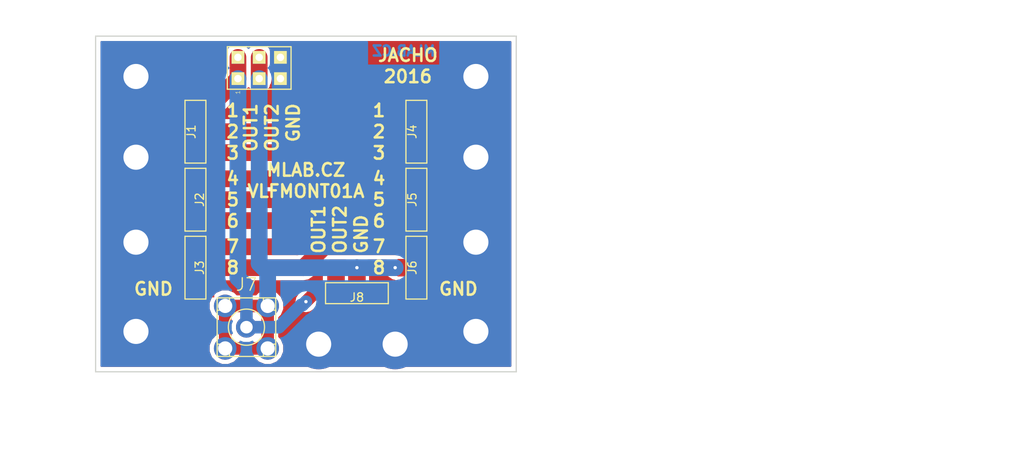
<source format=kicad_pcb>
(kicad_pcb (version 20211014) (generator pcbnew)
  (layers (0 "F.Cu" signal) (31 "B.Cu" signal) (34 "B.Paste" user) (35 "F.Paste" user) (36 "B.SilkS" user "B.Silkscreen") (37 "F.SilkS" user "F.Silkscreen") (38 "B.Mask" user) (39 "F.Mask" user) (44 "Edge.Cuts" user))
  (net 0 "")
  (net 1 "/2")
  (net 2 "/1")
  (net 3 "/OUT1")
  (net 4 "/5")
  (net 5 "/4")
  (net 6 "/3")
  (net 7 "GND")
  (net 8 "/7")
  (net 9 "/6")
  (net 10 "/OUT2")
  (footprint "Mlab_CON:AVX_009175003001006" (layer "F.Cu") (at 12.192 -28.956 -90)
    (fp_text reference "J1" (at 0 0.5 -90) (layer "F.SilkS"))
    (fp_text value "CONN_3")
    (fp_line (start -3.75 -1.25) (end 3.75 -1.25) (layer "F.SilkS") (width 0.15))
    (fp_line (start 3.75 -1.25) (end 3.75 1.25) (layer "F.SilkS") (width 0.15))
    (fp_line (start -3.75 1.25) (end -3.75 -1.25) (layer "F.SilkS") (width 0.15))
    (fp_line (start 3.75 1.25) (end -3.75 1.25) (layer "F.SilkS") (width 0.15))
    (pad "1" smd rect locked (at -2.5 0 270) (size 2.1 4.5) (layers "F.Cu" "F.Paste" "F.Mask") (net 3 "/OUT1"))
    (pad "2" smd rect locked (at 0 0 270) (size 2.1 4.5) (layers "F.Cu" "F.Paste" "F.Mask") (net 2 "/1"))
    (pad "3" smd rect locked (at 2.5 0 270) (size 2.1 4.5) (layers "F.Cu" "F.Paste" "F.Mask") (net 1 "/2"))
  )
  (footprint "Mlab_CON:AVX_009175003001006" (layer "F.Cu") (at 12.192 -20.828 90)
    (fp_text reference "J2" (at 0 0.5 90) (layer "F.SilkS"))
    (fp_text value "CONN_3")
    (fp_line (start 3.75 -1.25) (end 3.75 1.25) (layer "F.SilkS") (width 0.15))
    (fp_line (start 3.75 1.25) (end -3.75 1.25) (layer "F.SilkS") (width 0.15))
    (fp_line (start -3.75 1.25) (end -3.75 -1.25) (layer "F.SilkS") (width 0.15))
    (fp_line (start -3.75 -1.25) (end 3.75 -1.25) (layer "F.SilkS") (width 0.15))
    (pad "1" smd rect locked (at -2.5 0 90) (size 2.1 4.5) (layers "F.Cu" "F.Paste" "F.Mask") (net 4 "/5"))
    (pad "2" smd rect locked (at 0 0 90) (size 2.1 4.5) (layers "F.Cu" "F.Paste" "F.Mask") (net 5 "/4"))
    (pad "3" smd rect locked (at 2.5 0 90) (size 2.1 4.5) (layers "F.Cu" "F.Paste" "F.Mask") (net 6 "/3"))
  )
  (footprint "Mlab_CON:AVX_009175003001006" (layer "F.Cu") (at 12.192 -12.7 90)
    (fp_text reference "J3" (at 0 0.5 90) (layer "F.SilkS"))
    (fp_text value "CONN_3")
    (fp_line (start -3.75 -1.25) (end 3.75 -1.25) (layer "F.SilkS") (width 0.15))
    (fp_line (start 3.75 -1.25) (end 3.75 1.25) (layer "F.SilkS") (width 0.15))
    (fp_line (start 3.75 1.25) (end -3.75 1.25) (layer "F.SilkS") (width 0.15))
    (fp_line (start -3.75 1.25) (end -3.75 -1.25) (layer "F.SilkS") (width 0.15))
    (pad "1" smd rect locked (at -2.5 0 90) (size 2.1 4.5) (layers "F.Cu" "F.Paste" "F.Mask") (net 7 "GND"))
    (pad "2" smd rect locked (at 0 0 90) (size 2.1 4.5) (layers "F.Cu" "F.Paste" "F.Mask") (net 8 "/7"))
    (pad "3" smd rect locked (at 2.5 0 90) (size 2.1 4.5) (layers "F.Cu" "F.Paste" "F.Mask") (net 9 "/6"))
  )
  (footprint "Mlab_CON:AVX_009175003001006" (layer "F.Cu") (at 38.608 -28.956 -90)
    (fp_text reference "J4" (at 0 0.5 -90) (layer "F.SilkS"))
    (fp_text value "CONN_3")
    (fp_line (start -3.75 -1.25) (end 3.75 -1.25) (layer "F.SilkS") (width 0.15))
    (fp_line (start 3.75 -1.25) (end 3.75 1.25) (layer "F.SilkS") (width 0.15))
    (fp_line (start -3.75 1.25) (end -3.75 -1.25) (layer "F.SilkS") (width 0.15))
    (fp_line (start 3.75 1.25) (end -3.75 1.25) (layer "F.SilkS") (width 0.15))
    (pad "1" smd rect locked (at -2.5 0 270) (size 2.1 4.5) (layers "F.Cu" "F.Paste" "F.Mask") (net 2 "/1"))
    (pad "2" smd rect locked (at 0 0 270) (size 2.1 4.5) (layers "F.Cu" "F.Paste" "F.Mask") (net 1 "/2"))
    (pad "3" smd rect locked (at 2.5 0 270) (size 2.1 4.5) (layers "F.Cu" "F.Paste" "F.Mask") (net 6 "/3"))
  )
  (footprint "Mlab_CON:AVX_009175003001006" (layer "F.Cu") (at 38.608 -20.828 -90)
    (fp_text reference "J5" (at 0 0.5 -90) (layer "F.SilkS"))
    (fp_text value "CONN_3")
    (fp_line (start 3.75 1.25) (end -3.75 1.25) (layer "F.SilkS") (width 0.15))
    (fp_line (start -3.75 -1.25) (end 3.75 -1.25) (layer "F.SilkS") (width 0.15))
    (fp_line (start 3.75 -1.25) (end 3.75 1.25) (layer "F.SilkS") (width 0.15))
    (fp_line (start -3.75 1.25) (end -3.75 -1.25) (layer "F.SilkS") (width 0.15))
    (pad "1" smd rect locked (at -2.5 0 270) (size 2.1 4.5) (layers "F.Cu" "F.Paste" "F.Mask") (net 5 "/4"))
    (pad "2" smd rect locked (at 0 0 270) (size 2.1 4.5) (layers "F.Cu" "F.Paste" "F.Mask") (net 4 "/5"))
    (pad "3" smd rect locked (at 2.5 0 270) (size 2.1 4.5) (layers "F.Cu" "F.Paste" "F.Mask") (net 9 "/6"))
  )
  (footprint "Mlab_CON:AVX_009175003001006" (layer "F.Cu") (at 38.608 -12.7 -90)
    (fp_text reference "J6" (at 0 0.5 -90) (layer "F.SilkS"))
    (fp_text value "CONN_3")
    (fp_line (start -3.75 -1.25) (end 3.75 -1.25) (layer "F.SilkS") (width 0.15))
    (fp_line (start -3.75 1.25) (end -3.75 -1.25) (layer "F.SilkS") (width 0.15))
    (fp_line (start 3.75 -1.25) (end 3.75 1.25) (layer "F.SilkS") (width 0.15))
    (fp_line (start 3.75 1.25) (end -3.75 1.25) (layer "F.SilkS") (width 0.15))
    (pad "1" smd rect locked (at -2.5 0 270) (size 2.1 4.5) (layers "F.Cu" "F.Paste" "F.Mask") (net 8 "/7"))
    (pad "2" smd rect locked (at 0 0 270) (size 2.1 4.5) (layers "F.Cu" "F.Paste" "F.Mask") (net 10 "/OUT2"))
    (pad "3" smd rect locked (at 2.5 0 270) (size 2.1 4.5) (layers "F.Cu" "F.Paste" "F.Mask") (net 7 "GND"))
  )
  (footprint "Mlab_CON:SMA6251A13G50" (layer "F.Cu") (at 18.288 -5.588)
    (fp_text reference "J7" (at 0 -5.1) (layer "F.SilkS") (effects (font (size 1.5 1.5))))
    (fp_text value "SMA" hide)
    (fp_line (start -2.03 3.05) (end -3.05 3.05) (layer "F.SilkS") (width 0.15))
    (fp_line (start 2.03 3.5) (end 2.03 2.03) (layer "F.SilkS") (width 0.15))
    (fp_line (start 2.03 3.05) (end 3.05 3.05) (layer "F.SilkS") (width 0.15))
    (fp_line (start 3.5 -3.5) (end -3.5 -3.5) (layer "F.SilkS") (width 0.15))
    (fp_line (start -3.05 -3.05) (end -3.05 -2.03) (layer "F.SilkS") (width 0.15))
    (fp_line (start 3.5 3.5) (end 3.5 -3.5) (layer "F.SilkS") (width 0.15))
    (fp_line (start -2.03 -3.5) (end -2.03 -2.03) (layer "F.SilkS") (width 0.15))
    (fp_line (start -2.03 2.03) (end -2.03 3.5) (layer "F.SilkS") (width 0.15))
    (fp_line (start 2.03 2.03) (end 3.5 2.03) (layer "F.SilkS") (width 0.15))
    (fp_line (start 3.05 -3.05) (end 2.03 -3.05) (layer "F.SilkS") (width 0.15))
    (fp_line (start -3.5 2.03) (end -2.03 2.03) (layer "F.SilkS") (width 0.15))
    (fp_line (start 3.05 -3.05) (end 3.05 -2.03) (layer "F.SilkS") (width 0.15))
    (fp_line (start 3.05 3.05) (end 3.05 2.03) (layer "F.SilkS") (width 0.15))
    (fp_line (start -3.05 3.05) (end -3.05 2.03) (layer "F.SilkS") (width 0.15))
    (fp_line (start -2.03 -3.05) (end -3.05 -3.05) (layer "F.SilkS") (width 0.15))
    (fp_line (start -3.5 3.5) (end 3.5 3.5) (layer "F.SilkS") (width 0.15))
    (fp_line (start -3.5 -3.5) (end -3.5 3.5) (layer "F.SilkS") (width 0.15))
    (fp_line (start 2.03 -3.5) (end 2.03 -2.03) (layer "F.SilkS") (width 0.15))
    (fp_line (start -2.03 -2.03) (end -3.5 -2.03) (layer "F.SilkS") (width 0.15))
    (fp_line (start 2.03 -2.03) (end 3.5 -2.03) (layer "F.SilkS") (width 0.15))
    (fp_circle (center 0 0) (end -0.11 -2.16) (layer "F.SilkS") (width 0.15) (fill none))
    (pad "1" thru_hole circle locked (at 0 0 180) (size 2.5 2.5) (drill 1.5) (layers *.Cu *.Mask) (net 3 "/OUT1"))
    (pad "2" thru_hole circle locked (at 2.54 2.54 180) (size 2.7 2.7) (drill 1.7) (layers *.Cu *.Mask) (net 10 "/OUT2"))
    (pad "2" thru_hole circle locked (at 2.54 -2.54 180) (size 2.7 2.7) (drill 1.7) (layers *.Cu *.Mask) (net 10 "/OUT2"))
    (pad "2" thru_hole circle locked (at -2.54 -2.54 180) (size 2.7 2.7) (drill 1.7) (layers *.Cu *.Mask) (net 10 "/OUT2"))
    (pad "2" thru_hole circle locked (at -2.54 2.54 180) (size 2.7 2.7) (drill 1.7) (layers *.Cu *.Mask) (net 10 "/OUT2"))
  )
  (footprint "Mlab_CON:AVX_009175003001006" (layer "F.Cu") (at 31.496 -9.652)
    (fp_text reference "J8" (at 0 0.5) (layer "F.SilkS"))
    (fp_text value "CONN_3")
    (fp_line (start -3.75 1.25) (end -3.75 -1.25) (layer "F.SilkS") (width 0.15))
    (fp_line (start 3.75 -1.25) (end 3.75 1.25) (layer "F.SilkS") (width 0.15))
    (fp_line (start -3.75 -1.25) (end 3.75 -1.25) (layer "F.SilkS") (width 0.15))
    (fp_line (start 3.75 1.25) (end -3.75 1.25) (layer "F.SilkS") (width 0.15))
    (pad "1" smd rect locked (at -2.5 0) (size 2.1 4.5) (layers "F.Cu" "F.Paste" "F.Mask") (net 3 "/OUT1"))
    (pad "2" smd rect locked (at 0 0) (size 2.1 4.5) (layers "F.Cu" "F.Paste" "F.Mask") (net 10 "/OUT2"))
    (pad "3" smd rect locked (at 2.5 0) (size 2.1 4.5) (layers "F.Cu" "F.Paste" "F.Mask") (net 7 "GND"))
  )
  (footprint "Mlab_Pin_Headers:Straight_2x03" (layer "F.Cu") (at 19.812 -36.576 90)
    (fp_text reference "J9" hide)
    (fp_text value "JUMP_3X2" hide)
    (fp_text user "1" (at -2.921 -2.54 90) (layer "F.SilkS") (effects (font (size 0.5 0.5) (thickness 0.05))))
    (fp_line (start 2.54 -3.81) (end 2.54 3.81) (layer "F.SilkS") (width 0.15))
    (fp_line (start 2.54 3.81) (end -2.54 3.81) (layer "F.SilkS") (width 0.15))
    (fp_line (start -2.54 3.81) (end -2.54 -3.81) (layer "F.SilkS") (width 0.15))
    (fp_line (start -2.54 -3.81) (end 2.54 -3.81) (layer "F.SilkS") (width 0.15))
    (pad "1" thru_hole rect locked (at -1.27 -2.54 90) (size 1.524 1.524) (drill 0.889) (layers *.Cu *.Mask "F.SilkS") (net 3 "/OUT1"))
    (pad "2" thru_hole rect locked (at 1.27 -2.54 90) (size 1.524 1.524) (drill 0.889) (layers *.Cu *.Mask "F.SilkS") (net 3 "/OUT1"))
    (pad "3" thru_hole rect locked (at -1.27 0 90) (size 1.524 1.524) (drill 0.889) (layers *.Cu *.Mask "F.SilkS") (net 10 "/OUT2"))
    (pad "4" thru_hole rect locked (at 1.27 0 90) (size 1.524 1.524) (drill 0.889) (layers *.Cu *.Mask "F.SilkS") (net 10 "/OUT2"))
    (pad "5" thru_hole rect locked (at -1.27 2.54 90) (size 1.524 1.524) (drill 0.889) (layers *.Cu *.Mask "F.SilkS") (net 7 "GND"))
    (pad "6" thru_hole rect locked (at 1.27 2.54 90) (size 1.524 1.524) (drill 0.889) (layers *.Cu *.Mask "F.SilkS") (net 7 "GND"))
  )
  (footprint "Mlab_Mechanical:MountingHole_3mm" (layer "F.Cu") (at 45.72 -35.56)
    (fp_text reference "M1" hide)
    (fp_text value "HOLE" hide)
    (pad "1" thru_hole circle locked (at 0 0) (size 6 6) (drill 3) (layers *.Cu *.Adhes *.Mask) (net 7 "GND") (clearance 1))
  )
  (footprint "Mlab_Mechanical:MountingHole_3mm" (layer "F.Cu") (at 45.72 -5.08)
    (fp_text reference "M2" hide)
    (fp_text value "HOLE" hide)
    (pad "1" thru_hole circle locked (at 0 0) (size 6 6) (drill 3) (layers *.Cu *.Adhes *.Mask) (net 7 "GND") (clearance 1))
  )
  (footprint "Mlab_Mechanical:MountingHole_3mm" (layer "F.Cu") (at 5.08 -35.56)
    (fp_text reference "M3" hide)
    (fp_text value "HOLE" hide)
    (pad "1" thru_hole circle locked (at 0 0) (size 6 6) (drill 3) (layers *.Cu *.Adhes *.Mask) (net 7 "GND") (clearance 1))
  )
  (footprint "Mlab_Mechanical:MountingHole_3mm" (layer "F.Cu") (at 5.08 -5.08)
    (fp_text reference "M4" hide)
    (fp_text value "HOLE" hide)
    (pad "1" thru_hole circle locked (at 0 0) (size 6 6) (drill 3) (layers *.Cu *.Adhes *.Mask) (net 7 "GND") (clearance 1))
  )
  (footprint "Mlab_Mechanical:MountingHole_3mm" (layer "F.Cu") (at 45.72 -25.908)
    (fp_text reference "M5" hide)
    (fp_text value "HOLE" hide)
    (pad "1" thru_hole circle locked (at 0 0) (size 6 6) (drill 3) (layers *.Cu *.Adhes *.Mask) (net 7 "GND") (clearance 1))
  )
  (footprint "Mlab_Mechanical:MountingHole_3mm" (layer "F.Cu") (at 45.72 -15.748)
    (fp_text reference "M6" hide)
    (fp_text value "HOLE" hide)
    (pad "1" thru_hole circle locked (at 0 0) (size 6 6) (drill 3) (layers *.Cu *.Adhes *.Mask) (net 7 "GND") (clearance 1))
  )
  (footprint "Mlab_Mechanical:MountingHole_3mm" (layer "F.Cu") (at 5.08 -25.908)
    (fp_text reference "M7" hide)
    (fp_text value "HOLE" hide)
    (pad "1" thru_hole circle locked (at 0 0) (size 6 6) (drill 3) (layers *.Cu *.Adhes *.Mask) (net 7 "GND") (clearance 1))
  )
  (footprint "Mlab_Mechanical:MountingHole_3mm" (layer "F.Cu") (at 5.08 -15.748)
    (fp_text reference "M8" hide)
    (fp_text value "HOLE" hide)
    (pad "1" thru_hole circle locked (at 0 0) (size 6 6) (drill 3) (layers *.Cu *.Adhes *.Mask) (net 7 "GND") (clearance 1))
  )
  (footprint "Mlab_Mechanical:MountingHole_3mm" (layer "F.Cu") (at 36.068 -3.556)
    (fp_text reference "M9" hide)
    (fp_text value "HOLE" hide)
    (pad "1" thru_hole circle locked (at 0 0) (size 6 6) (drill 3) (layers *.Cu *.Adhes *.Mask) (net 7 "GND") (clearance 1))
  )
  (footprint "Mlab_Mechanical:MountingHole_3mm" (layer "F.Cu") (at 26.924 -3.556)
    (fp_text reference "M10" hide)
    (fp_text value "HOLE" hide)
    (pad "1" thru_hole circle locked (at 0 0) (size 6 6) (drill 3) (layers *.Cu *.Adhes *.Mask) (net 7 "GND") (clearance 1))
  )
  (gr_line (start 50.546 -40.386) (end 50.546 -0.254) (layer "Edge.Cuts") (width 0.15))
  (gr_line (start 50.546 -0.254) (end 0.254 -0.254) (layer "Edge.Cuts") (width 0.15))
  (gr_line (start 0.254 -0.254) (end 0.254 -40.386) (layer "Edge.Cuts") (width 0.15))
  (gr_line (start 0.254 -40.386) (end 50.546 -40.386) (layer "Edge.Cuts") (width 0.15))
  (gr_text "MLAB.CZ" (at 37.084 -38.608) (layer "B.Cu") (effects (font (size 1.2 1.2) (thickness 0.3)) (justify mirror)))
  (gr_text "4" (at 35.052 -23.368) (layer "F.SilkS") (effects (font (size 1.5 1.5) (thickness 0.3)) (justify right)))
  (gr_text "2" (at 35.052 -28.956) (layer "F.SilkS") (effects (font (size 1.5 1.5) (thickness 0.3)) (justify right)))
  (gr_text "7" (at 15.748 -15.24) (layer "F.SilkS") (effects (font (size 1.5 1.5) (thickness 0.3)) (justify left)))
  (gr_text "OUT2" (at 21.336 -32.512 90) (layer "F.SilkS") (effects (font (size 1.5 1.5) (thickness 0.3)) (justify right)))
  (gr_text "3" (at 35.052 -26.416) (layer "F.SilkS") (effects (font (size 1.5 1.5) (thickness 0.3)) (justify right)))
  (gr_text "GND" (at 23.876 -32.512 90) (layer "F.SilkS") (effects (font (size 1.5 1.5) (thickness 0.3)) (justify right)))
  (gr_text "1" (at 35.052 -31.496) (layer "F.SilkS") (effects (font (size 1.5 1.5) (thickness 0.3)) (justify right)))
  (gr_text "OUT1" (at 26.924 -14.224 90) (layer "F.SilkS") (effects (font (size 1.5 1.5) (thickness 0.3)) (justify left)))
  (gr_text "6" (at 35.052 -18.288) (layer "F.SilkS") (effects (font (size 1.5 1.5) (thickness 0.3)) (justify right)))
  (gr_text "2" (at 15.748 -28.956) (layer "F.SilkS") (effects (font (size 1.5 1.5) (thickness 0.3)) (justify left)))
  (gr_text "5" (at 15.748 -20.828) (layer "F.SilkS") (effects (font (size 1.5 1.5) (thickness 0.3)) (justify left)))
  (gr_text "OUT2" (at 29.464 -14.224 90) (layer "F.SilkS") (effects (font (size 1.5 1.5) (thickness 0.3)) (justify left)))
  (gr_text "5" (at 35.052 -20.828) (layer "F.SilkS") (effects (font (size 1.5 1.5) (thickness 0.3)) (justify right)))
  (gr_text "8" (at 35.052 -12.7) (layer "F.SilkS") (effects (font (size 1.5 1.5) (thickness 0.3)) (justify right)))
  (gr_text "8" (at 15.748 -12.7) (layer "F.SilkS") (effects (font (size 1.5 1.5) (thickness 0.3)) (justify left)))
  (gr_text "JACHO" (at 37.592 -38.1) (layer "F.SilkS") (effects (font (size 1.5 1.5) (thickness 0.3))))
  (gr_text "1" (at 15.748 -31.496) (layer "F.SilkS") (effects (font (size 1.5 1.5) (thickness 0.3)) (justify left)))
  (gr_text "GND" (at 32.004 -14.224 90) (layer "F.SilkS") (effects (font (size 1.5 1.5) (thickness 0.3)) (justify left)))
  (gr_text "3" (at 15.748 -26.416) (layer "F.SilkS") (effects (font (size 1.5 1.5) (thickness 0.3)) (justify left)))
  (gr_text "VLFMONT01A" (at 25.4 -21.844) (layer "F.SilkS") (effects (font (size 1.5 1.5) (thickness 0.3))))
  (gr_text "MLAB.CZ" (at 25.4 -24.384) (layer "F.SilkS") (effects (font (size 1.5 1.5) (thickness 0.3))))
  (gr_text "GND" (at 9.652 -10.16) (layer "F.SilkS") (effects (font (size 1.5 1.5) (thickness 0.3)) (justify right)))
  (gr_text "7" (at 35.052 -15.24) (layer "F.SilkS") (effects (font (size 1.5 1.5) (thickness 0.3)) (justify right)))
  (gr_text "OUT1" (at 18.796 -32.512 90) (layer "F.SilkS") (effects (font (size 1.5 1.5) (thickness 0.3)) (justify right)))
  (gr_text "2016" (at 37.592 -35.56) (layer "F.SilkS") (effects (font (size 1.5 1.5) (thickness 0.3))))
  (gr_text "4" (at 15.748 -23.368) (layer "F.SilkS") (effects (font (size 1.5 1.5) (thickness 0.3)) (justify left)))
  (gr_text "GND" (at 41.148 -10.16) (layer "F.SilkS") (effects (font (size 1.5 1.5) (thickness 0.3)) (justify left)))
  (gr_text "6" (at 15.748 -18.288) (layer "F.SilkS") (effects (font (size 1.5 1.5) (thickness 0.3)) (justify left)))
  (segment (start 34.358 -28.956) (end 38.608 -28.956) (width 2) (layer "F.Cu") (net 1))
  (segment (start 12.192 -26.456) (end 22.596705 -26.456) (width 2) (layer "F.Cu") (net 1))
  (segment (start 25.096705 -28.956) (end 34.358 -28.956) (width 2) (layer "F.Cu") (net 1))
  (segment (start 22.596705 -26.456) (end 25.096705 -28.956) (width 2) (layer "F.Cu") (net 1))
  (segment (start 21.844 -28.956) (end 24.344 -31.456) (width 2) (layer "F.Cu") (net 2))
  (segment (start 24.344 -31.456) (end 38.608 -31.456) (width 2) (layer "F.Cu") (net 2))
  (segment (start 12.192 -28.956) (end 21.844 -28.956) (width 2) (layer "F.Cu") (net 2))
  (segment (start 17.272 -35.306) (end 17.272 -37.846) (width 2) (layer "F.Cu") (net 3))
  (segment (start 26.416 -9.652) (end 25.4 -8.636) (width 1.5) (layer "F.Cu") (net 3))
  (segment (start 12.192 -31.456) (end 13.422 -31.456) (width 2) (layer "F.Cu") (net 3))
  (segment (start 28.996 -9.652) (end 26.416 -9.652) (width 1.5) (layer "F.Cu") (net 3))
  (segment (start 13.422 -31.456) (end 17.272 -35.306) (width 2) (layer "F.Cu") (net 3))
  (via (at 25.4 -8.636) (size 0.8) (drill 0.4) (layers "F.Cu" "B.Cu") (net 3))
  (segment (start 25.000001 -8.236001) (end 25.4 -8.636) (width 1.5) (layer "B.Cu") (net 3))
  (segment (start 18.288 -5.588) (end 22.173999 -5.588) (width 1.5) (layer "B.Cu") (net 3))
  (segment (start 17.272 -32.544) (end 17.272 -35.306) (width 2) (layer "B.Cu") (net 3))
  (segment (start 18.288 -10.463295) (end 17.272 -11.479295) (width 2) (layer "B.Cu") (net 3))
  (segment (start 24.822 -8.236001) (end 25.000001 -8.236001) (width 1.5) (layer "B.Cu") (net 3))
  (segment (start 17.272 -11.479295) (end 17.272 -32.544) (width 2) (layer "B.Cu") (net 3))
  (segment (start 18.288 -5.588) (end 18.288 -10.16) (width 1.5) (layer "B.Cu") (net 3))
  (segment (start 22.173999 -5.588) (end 24.822 -8.236001) (width 1.5) (layer "B.Cu") (net 3))
  (segment (start 18.288 -10.16) (end 18.288 -10.463295) (width 2) (layer "B.Cu") (net 3))
  (segment (start 24.226819 -18.328) (end 26.726819 -20.828) (width 2) (layer "F.Cu") (net 4))
  (segment (start 34.358 -20.828) (end 38.608 -20.828) (width 2) (layer "F.Cu") (net 4))
  (segment (start 26.726819 -20.828) (end 34.358 -20.828) (width 2) (layer "F.Cu") (net 4))
  (segment (start 12.192 -18.328) (end 24.226819 -18.328) (width 2) (layer "F.Cu") (net 4))
  (segment (start 38.608 -23.328) (end 25.974114 -23.328) (width 2) (layer "F.Cu") (net 5))
  (segment (start 25.974114 -23.328) (end 23.474114 -20.828) (width 2) (layer "F.Cu") (net 5))
  (segment (start 12.192 -20.828) (end 23.474114 -20.828) (width 2) (layer "F.Cu") (net 5))
  (segment (start 12.192 -23.328) (end 22.72141 -23.328) (width 2) (layer "F.Cu") (net 6))
  (segment (start 25.84941 -26.456) (end 38.608 -26.456) (width 2) (layer "F.Cu") (net 6))
  (segment (start 22.72141 -23.328) (end 25.84941 -26.456) (width 2) (layer "F.Cu") (net 6))
  (segment (start 27.604227 -15.2) (end 38.608 -15.2) (width 2) (layer "F.Cu") (net 8))
  (segment (start 12.192 -12.7) (end 25.104227 -12.7) (width 2) (layer "F.Cu") (net 8))
  (segment (start 25.104227 -12.7) (end 27.604227 -15.2) (width 2) (layer "F.Cu") (net 8))
  (segment (start 24.351523 -15.2) (end 27.479523 -18.328) (width 2) (layer "F.Cu") (net 9))
  (segment (start 12.192 -15.2) (end 24.351523 -15.2) (width 2) (layer "F.Cu") (net 9))
  (segment (start 27.479523 -18.328) (end 34.358 -18.328) (width 2) (layer "F.Cu") (net 9))
  (segment (start 34.358 -18.328) (end 38.608 -18.328) (width 2) (layer "F.Cu") (net 9))
  (segment (start 38.608 -12.7) (end 36.346001 -12.7) (width 2) (layer "F.Cu") (net 10))
  (segment (start 15.748 -3.048) (end 15.748 -8.128) (width 1.5) (layer "F.Cu") (net 10))
  (segment (start 20.828 -8.128) (end 20.828 -3.048) (width 1.5) (layer "F.Cu") (net 10))
  (segment (start 15.748 -8.128) (end 20.828 -8.128) (width 1.5) (layer "F.Cu") (net 10))
  (segment (start 19.812 -37.846) (end 19.812 -35.306) (width 2) (layer "F.Cu") (net 10))
  (segment (start 20.828 -3.048) (end 15.748 -3.048) (width 1.5) (layer "F.Cu") (net 10))
  (segment (start 31.496 -9.652) (end 31.496 -12.7) (width 2) (layer "F.Cu") (net 10))
  (via (at 31.496 -12.7) (size 0.8) (drill 0.4) (layers "F.Cu" "B.Cu") (net 10))
  (via (at 36.068 -12.7) (size 0.8) (drill 0.4) (layers "F.Cu" "B.Cu") (net 10))
  (segment (start 20.32 -12.7) (end 19.812 -13.208) (width 2) (layer "B.Cu") (net 10))
  (segment (start 31.496 -12.7) (end 36.068 -12.7) (width 2) (layer "B.Cu") (net 10))
  (segment (start 20.828 -8.128) (end 20.828 -12.192) (width 2) (layer "B.Cu") (net 10))
  (segment (start 19.812 -35.306) (end 19.812 -13.208) (width 2) (layer "B.Cu") (net 10))
  (segment (start 20.828 -12.192) (end 19.812 -13.208) (width 2) (layer "B.Cu") (net 10))
  (segment (start 31.496 -12.7) (end 20.32 -12.7) (width 2) (layer "B.Cu") (net 10))
  (zone (net 7) (net_name "GND") (layer "F.Cu") (connect_pads yes (clearance 0.508)) (min_thickness 0.254) (fill yes (thermal_gap 0.508) (thermal_bridge_width 0.508))
    (polygon (pts (xy -1.016 -41.656) (xy 88.392 -41.656) (xy 88.392 2.032) (xy -2.54 2.032)))
  )
  (zone (net 7) (net_name "GND") (layer "B.Cu") (connect_pads yes (clearance 0.508)) (min_thickness 0.254) (fill yes (thermal_gap 0.508) (thermal_bridge_width 0.508))
    (polygon (pts (xy 111.252 -43.688) (xy 106.172 5.08) (xy -11.176 10.16) (xy -8.130536 -44.658356)))
  )
)
</source>
